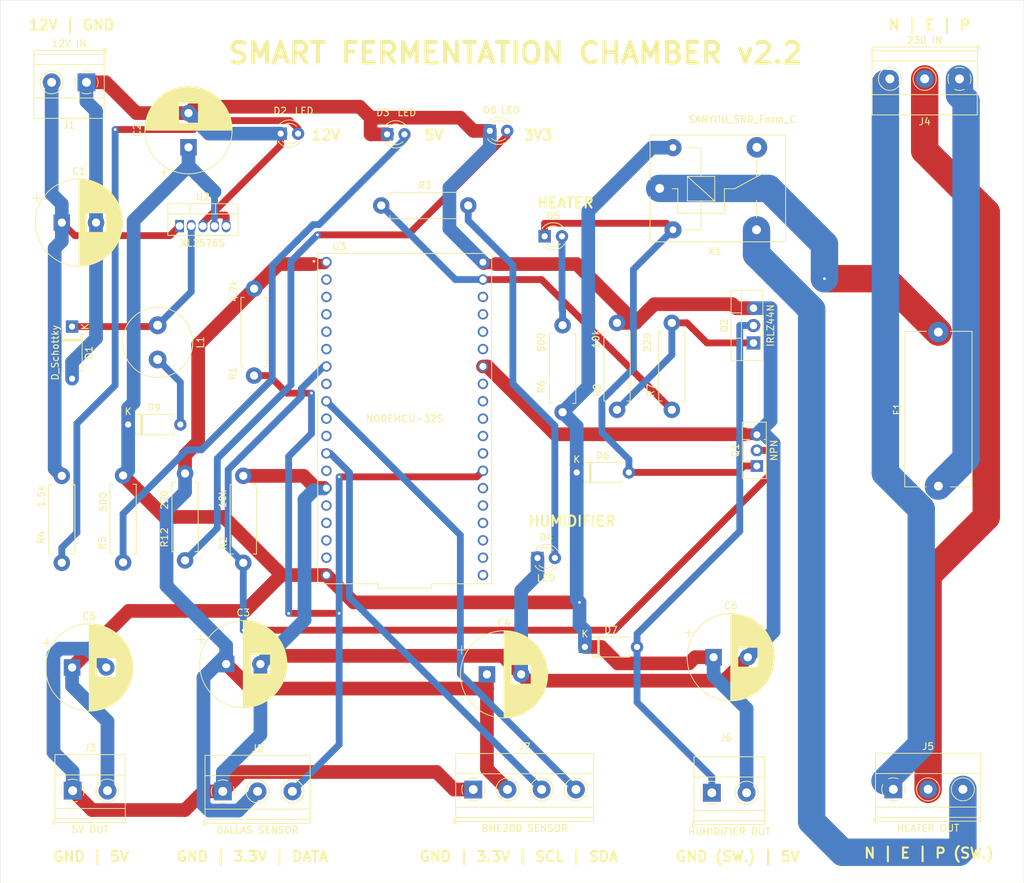
<source format=kicad_pcb>
(kicad_pcb (version 20240108) (generator "pcbnew") (generator_version "8.0")
  (layers (0 "F.Cu" signal) (31 "B.Cu" signal) (34 "B.Paste" user) (35 "F.Paste" user) (36 "B.SilkS" user "B.Silkscreen") (37 "F.SilkS" user "F.Silkscreen") (38 "B.Mask" user) (39 "F.Mask" user) (44 "Edge.Cuts" user))
  (net 0 "")
  (net 1 "Net-(D5-A)")
  (net 2 "Net-(D5-K)")
  (net 3 "Net-(D9-A)")
  (net 4 "PIN_DALLAS")
  (net 5 "BME_SCL")
  (net 6 "BME_SDA")
  (net 7 "PIN_HEATER")
  (net 8 "PIN_HUMIDIFIER")
  (net 11 "GND")
  (net 13 "+12V")
  (net 14 "Net-(D1-K)")
  (net 19 "Net-(D2-A)")
  (net 35 "+5V")
  (net 38 "+3V3")
  (net 39 "Net-(D3-A)")
  (net 41 "Net-(D4-A)")
  (net 43 "230_N")
  (net 44 "230_P")
  (net 45 "Earth_Protective")
  (net 48 "Net-(J5-Pin_3)")
  (net 49 "Net-(Q2-G)")
  (net 50 "Net-(D7-A)")
  (net 52 "Net-(D8-A)")
  (net 53 "Net-(J4-Pin_1)")
  (footprint "TerminalBlock_Phoenix:TerminalBlock_Phoenix_MKDS-1,5-3-5.08_1x03_P5.08mm_Horizontal" (layer "F.Cu") (at 165.08 56.5 180)
    (property "Reference" "J4" (at 5.08 -6.26 0) (layer "F.SilkS"))
    (property "Value" "230 IN" (at 5.08 5.66 0) (layer "F.SilkS"))
    (pad "1" thru_hole rect (at 0 0 180) (size 2.6 2.6) (drill 1.3) (layers "*.Cu" "*.Mask") (net 53 "Net-(J4-Pin_1)"))
    (pad "2" thru_hole circle (at 5.08 0 180) (size 2.6 2.6) (drill 1.3) (layers "*.Cu" "*.Mask") (net 45 "Earth_Protective"))
    (pad "3" thru_hole circle (at 10.16 0 180) (size 2.6 2.6) (drill 1.3) (layers "*.Cu" "*.Mask") (net 43 "230_N"))
  )
  (footprint "Resistor_THT:R_Axial_DIN0411_L9.9mm_D3.6mm_P12.70mm_Horizontal" (layer "F.Cu") (at 42.95 114.45 -90)
    (property "Reference" "R5" (at 9.8554 3.0114 90) (layer "F.SilkS"))
    (property "Value" "500" (at 3.8554 2.92 90) (layer "F.SilkS"))
    (pad "1" thru_hole circle (at 0 0 270) (size 2.4 2.4) (drill 1.2) (layers "*.Cu" "*.Mask") (net 35 "+5V"))
    (pad "2" thru_hole oval (at 12.7 0 270) (size 2.4 2.4) (drill 1.2) (layers "*.Cu" "*.Mask") (net 39 "Net-(D3-A)"))
  )
  (footprint "TerminalBlock_Phoenix:TerminalBlock_Phoenix_MKDS-1,5-3-5.08_1x03_P5.08mm_Horizontal" (layer "F.Cu") (at 57.5114 160.5975)
    (property "Reference" "J2" (at 5.08 -6.26 0) (layer "F.SilkS"))
    (property "Value" "DALLAS SENSOR" (at 5.08 5.66 0) (layer "F.SilkS"))
    (pad "1" thru_hole rect (at 0 0) (size 2.6 2.6) (drill 1.3) (layers "*.Cu" "*.Mask") (net 11 "GND"))
    (pad "2" thru_hole circle (at 5.08 0) (size 2.6 2.6) (drill 1.3) (layers "*.Cu" "*.Mask") (net 38 "+3V3"))
    (pad "3" thru_hole circle (at 10.16 0) (size 2.6 2.6) (drill 1.3) (layers "*.Cu" "*.Mask") (net 4 "PIN_DALLAS"))
  )
  (footprint "TerminalBlock_Phoenix:TerminalBlock_Phoenix_MKDS-1,5-3-5.08_1x03_P5.08mm_Horizontal" (layer "F.Cu") (at 155.42 160.3019)
    (property "Reference" "J5" (at 5.08 -6.26 0) (layer "F.SilkS"))
    (property "Value" "HEATER OUT" (at 5.08 5.66 0) (layer "F.SilkS"))
    (pad "1" thru_hole rect (at 0 0) (size 2.6 2.6) (drill 1.3) (layers "*.Cu" "*.Mask") (net 43 "230_N"))
    (pad "2" thru_hole circle (at 5.08 0) (size 2.6 2.6) (drill 1.3) (layers "*.Cu" "*.Mask") (net 45 "Earth_Protective"))
    (pad "3" thru_hole circle (at 10.16 0) (size 2.6 2.6) (drill 1.3) (layers "*.Cu" "*.Mask") (net 48 "Net-(J5-Pin_3)"))
  )
  (footprint "MountingHole:MountingHole_2.2mm_M2" (layer "F.Cu") (at 48.5 51.5)
    (property "Reference" "REF**" (hide yes))
    (property "Value" "MountingHole_2.2mm_M2")
    (pad "" np_thru_hole circle (at 0 0) (size 2.2 2.2) (drill 2.2) (layers "*.Cu" "*.Mask"))
  )
  (footprint "Resistor_THT:R_Axial_DIN0411_L9.9mm_D3.6mm_P12.70mm_Horizontal" (layer "F.Cu") (at 52 126.85 90)
    (property "Reference" "R12" (at 3.3473 -3.0114 90) (layer "F.SilkS"))
    (property "Value" "220" (at 8.8473 -3.0114 90) (layer "F.SilkS"))
    (pad "1" thru_hole circle (at 0 0 90) (size 2.4 2.4) (drill 1.2) (layers "*.Cu" "*.Mask") (net 52 "Net-(D8-A)"))
    (pad "2" thru_hole oval (at 12.7 0 90) (size 2.4 2.4) (drill 1.2) (layers "*.Cu" "*.Mask") (net 38 "+3V3"))
  )
  (footprint "Diode_THT:D_A-405_P7.62mm_Horizontal" (layer "F.Cu") (at 43.69 107)
    (property "Reference" "D9" (at 3.81 -2.47 0) (layer "F.SilkS"))
    (property "Value" "D")
    (fp_text user "K" (at 0 -1.9 0) (layer "F.SilkS"))
    (pad "1" thru_hole rect (at 0 0) (size 1.8 1.8) (drill 0.9) (layers "*.Cu" "*.Mask") (net 35 "+5V"))
    (pad "2" thru_hole oval (at 7.62 0) (size 1.8 1.8) (drill 0.9) (layers "*.Cu" "*.Mask") (net 3 "Net-(D9-A)"))
  )
  (footprint "Diode_THT:D_A-405_P7.62mm_Horizontal" (layer "F.Cu") (at 110.38 139.5)
    (property "Reference" "D7" (at 3.81 -2.47 0) (layer "F.SilkS"))
    (property "Value" "D")
    (fp_text user "K" (at 0 -1.9 0) (layer "F.SilkS"))
    (pad "1" thru_hole rect (at 0 0) (size 1.8 1.8) (drill 0.9) (layers "*.Cu" "*.Mask") (net 35 "+5V"))
    (pad "2" thru_hole oval (at 7.62 0) (size 1.8 1.8) (drill 0.9) (layers "*.Cu" "*.Mask") (net 50 "Net-(D7-A)"))
  )
  (footprint "NodeMcuFootprint:MODULE_NODEMCU-32S" (layer "F.Cu") (at 84.07 106.14)
    (property "Reference" "U3" (at -9.575 -25.135 0) (layer "F.SilkS"))
    (property "Value" "NODEMCU-32S" (at 0 0 0) (layer "F.SilkS"))
    (pad "J1_1" thru_hole circle (at -11.43 -22.86) (size 1.524 1.524) (drill 1.016) (layers "*.Cu" "*.Mask") (net 38 "+3V3"))
    (pad "J1_2" thru_hole circle (at -11.43 -20.32) (size 1.524 1.524) (drill 1.016) (layers "*.Cu" "*.Mask"))
    (pad "J1_3" thru_hole circle (at -11.43 -17.78) (size 1.524 1.524) (drill 1.016) (layers "*.Cu" "*.Mask"))
    (pad "J1_4" thru_hole circle (at -11.43 -15.24) (size 1.524 1.524) (drill 1.016) (layers "*.Cu" "*.Mask"))
    (pad "J1_5" thru_hole circle (at -11.43 -12.7) (size 1.524 1.524) (drill 1.016) (layers "*.Cu" "*.Mask"))
    (pad "J1_6" thru_hole circle (at -11.43 -10.16) (size 1.524 1.524) (drill 1.016) (layers "*.Cu" "*.Mask"))
    (pad "J1_7" thru_hole circle (at -11.43 -7.62) (size 1.524 1.524) (drill 1.016) (layers "*.Cu" "*.Mask") (net 7 "PIN_HEATER"))
    (pad "J1_8" thru_hole circle (at -11.43 -5.08) (size 1.524 1.524) (drill 1.016) (layers "*.Cu" "*.Mask"))
    (pad "J1_9" thru_hole circle (at -11.43 -2.54) (size 1.524 1.524) (drill 1.016) (layers "*.Cu" "*.Mask") (net 6 "BME_SDA"))
    (pad "J1_10" thru_hole circle (at -11.43 0) (size 1.524 1.524) (drill 1.016) (layers "*.Cu" "*.Mask"))
    (pad "J1_11" thru_hole circle (at -11.43 2.54) (size 1.524 1.524) (drill 1.016) (layers "*.Cu" "*.Mask"))
    (pad "J1_12" thru_hole circle (at -11.43 5.08) (size 1.524 1.524) (drill 1.016) (layers "*.Cu" "*.Mask") (net 5 "BME_SCL"))
    (pad "J1_13" thru_hole circle (at -11.43 7.62) (size 1.524 1.524) (drill 1.016) (layers "*.Cu" "*.Mask"))
    (pad "J1_14" thru_hole circle (at -11.43 10.16) (size 1.524 1.524) (drill 1.016) (layers "*.Cu" "*.Mask") (net 11 "GND"))
    (pad "J1_15" thru_hole circle (at -11.43 12.7) (size 1.524 1.524) (drill 1.016) (layers "*.Cu" "*.Mask"))
    (pad "J1_16" thru_hole circle (at -11.43 15.24) (size 1.524 1.524) (drill 1.016) (layers "*.Cu" "*.Mask"))
    (pad "J1_17" thru_hole circle (at -11.43 17.78) (size 1.524 1.524) (drill 1.016) (layers "*.Cu" "*.Mask"))
    (pad "J1_18" thru_hole circle (at -11.43 20.32) (size 1.524 1.524) (drill 1.016) (layers "*.Cu" "*.Mask"))
    (pad "J1_19" thru_hole circle (at -11.43 22.86) (size 1.524 1.524) (drill 1.016) (layers "*.Cu" "*.Mask") (net 35 "+5V"))
    (pad "J2_1" thru_hole circle (at 11.43 -22.86) (size 1.524 1.524) (drill 1.016) (layers "*.Cu" "*.Mask") (net 11 "GND"))
    (pad "J2_2" thru_hole circle (at 11.43 -20.32) (size 1.524 1.524) (drill 1.016) (layers "*.Cu" "*.Mask") (net 8 "PIN_HUMIDIFIER"))
    (pad "J2_3" thru_hole circle (at 11.43 -17.78) (size 1.524 1.524) (drill 1.016) (layers "*.Cu" "*.Mask"))
    (pad "J2_4" thru_hole circle (at 11.43 -15.24) (size 1.524 1.524) (drill 1.016) (layers "*.Cu" "*.Mask"))
    (pad "J2_5" thru_hole circle (at 11.43 -12.7) (size 1.524 1.524) (drill 1.016) (layers "*.Cu" "*.Mask"))
    (pad "J2_6" thru_hole circle (at 11.43 -10.16) (size 1.524 1.524) (drill 1.016) (layers "*.Cu" "*.Mask"))
    (pad "J2_7" thru_hole circle (at 11.43 -7.62) (size 1.524 1.524) (drill 1.016) (layers "*.Cu" "*.Mask") (net 11 "GND"))
    (pad "J2_8" thru_hole circle (at 11.43 -5.08) (size 1.524 1.524) (drill 1.016) (layers "*.Cu" "*.Mask"))
    (pad "J2_9" thru_hole circle (at 11.43 -2.54) (size 1.524 1.524) (drill 1.016) (layers "*.Cu" "*.Mask"))
    (pad "J2_10" thru_hole circle (at 11.43 0) (size 1.524 1.524) (drill 1.016) (layers "*.Cu" "*.Mask"))
    (pad "J2_11" thru_hole circle (at 11.43 2.54) (size 1.524 1.524) (drill 1.016) (layers "*.Cu" "*.Mask"))
    (pad "J2_12" thru_hole circle (at 11.43 5.08) (size 1.524 1.524) (drill 1.016) (layers "*.Cu" "*.Mask"))
    (pad "J2_13" thru_hole circle (at 11.43 7.62) (size 1.524 1.524) (drill 1.016) (layers "*.Cu" "*.Mask") (net 4 "PIN_DALLAS"))
    (pad "J2_14" thru_hole circle (at 11.43 10.16) (size 1.524 1.524) (drill 1.016) (layers "*.Cu" "*.Mask"))
    (pad "J2_15" thru_hole circle (at 11.43 12.7) (size 1.524 1.524) (drill 1.016) (layers "*.Cu" "*.Mask"))
    (pad "J2_16" thru_hole circle (at 11.43 15.24) (size 1.524 1.524) (drill 1.016) (layers "*.Cu" "*.Mask"))
    (pad "J2_17" thru_hole circle (at 11.43 17.78) (size 1.524 1.524) (drill 1.016) (layers "*.Cu" "*.Mask"))
    (pad "J2_18" thru_hole circle (at 11.43 20.32) (size 1.524 1.524) (drill 1.016) (layers "*.Cu" "*.Mask"))
    (pad "J2_19" thru_hole circle (at 11.43 22.86) (size 1.524 1.524) (drill 1.016) (layers "*.Cu" "*.Mask"))
  )
  (footprint "Capacitor_THT:CP_Radial_D12.5mm_P5.00mm" (layer "F.Cu") (at 129.176 141)
    (property "Reference" "C6" (at 2.5 -7.5 0) (layer "F.SilkS"))
    (property "Value" "1000u")
    (pad "1" thru_hole rect (at 0 0) (size 2.4 2.4) (drill 1.2) (layers "*.Cu" "*.Mask") (net 35 "+5V"))
    (pad "2" thru_hole circle (at 5 0) (size 2.4 2.4) (drill 1.2) (layers "*.Cu" "*.Mask") (net 11 "GND"))
  )
  (footprint "Package_TO_SOT_THT:TO-220-3_Vertical" (layer "F.Cu") (at 135 95.08 90)
    (property "Reference" "Q2" (at 2.54 -4.27 90) (layer "F.SilkS"))
    (property "Value" "IRLZ44N" (at 2.54 2.5 90) (layer "F.SilkS"))
    (pad "1" thru_hole rect (at 0 0 90) (size 1.905 2) (drill 1.1) (layers "*.Cu" "*.Mask") (net 49 "Net-(Q2-G)"))
    (pad "2" thru_hole oval (at 2.54 0 90) (size 1.905 2) (drill 1.1) (layers "*.Cu" "*.Mask") (net 50 "Net-(D7-A)"))
    (pad "3" thru_hole oval (at 5.08 0 90) (size 1.905 2) (drill 1.1) (layers "*.Cu" "*.Mask") (net 11 "GND"))
  )
  (footprint "Fuse:Fuseholder_Cylinder-5x20mm_Schurter_0031_8201_Horizontal_Open" (layer "F.Cu") (at 162 116 90)
    (property "Reference" "F1" (at 11.25 -6 90) (layer "F.SilkS"))
    (property "Value" "Fuse")
    (pad "" np_thru_hole circle (at 11.25 0 90) (size 2.7 2.7) (drill 2.7) (layers "*.Cu" "*.Mask"))
    (pad "1" thru_hole circle (at 0 0 90) (size 3 3) (drill 1.3) (layers "*.Cu" "*.Mask") (net 53 "Net-(J4-Pin_1)"))
    (pad "2" thru_hole circle (at 22.5 0 90) (size 3 3) (drill 1.3) (layers "*.Cu" "*.Mask") (net 44 "230_P"))
  )
  (footprint "Resistor_THT:R_Axial_DIN0411_L9.9mm_D3.6mm_P12.70mm_Horizontal" (layer "F.Cu") (at 62.08 87.15 -90)
    (property "Reference" "R1" (at 12.35 3.08 -90) (layer "F.SilkS"))
    (property "Value" "4.7k" (at 0.35 2.92 -90) (layer "F.SilkS"))
    (pad "1" thru_hole circle (at 0 0 270) (size 2.4 2.4) (drill 1.2) (layers "*.Cu" "*.Mask") (net 38 "+3V3"))
    (pad "2" thru_hole oval (at 12.7 0 270) (size 2.4 2.4) (drill 1.2) (layers "*.Cu" "*.Mask") (net 4 "PIN_DALLAS"))
  )
  (footprint "LED_THT:LED_D3.0mm" (layer "F.Cu") (at 96.4999 64.0983)
    (property "Reference" "D8" (at 0 -3 0) (layer "F.SilkS"))
    (property "Value" "LED" (at 3 -3 0) (layer "F.SilkS"))
    (pad "1" thru_hole rect (at 0 0) (size 1.8 1.8) (drill 0.9) (layers "*.Cu" "*.Mask") (net 11 "GND"))
    (pad "2" thru_hole circle (at 2.54 0) (size 1.8 1.8) (drill 0.9) (layers "*.Cu" "*.Mask") (net 52 "Net-(D8-A)"))
  )
  (footprint "LED_THT:LED_D3.0mm" (layer "F.Cu") (at 81.4999 64.5983)
    (property "Reference" "D3" (at -0.6164 -3.1705 0) (layer "F.SilkS"))
    (property "Value" "LED" (at 2.8836 -3.1705 0) (layer "F.SilkS"))
    (pad "1" thru_hole rect (at 0 0) (size 1.8 1.8) (drill 0.9) (layers "*.Cu" "*.Mask") (net 11 "GND"))
    (pad "2" thru_hole circle (at 2.54 0) (size 1.8 1.8) (drill 0.9) (layers "*.Cu" "*.Mask") (net 39 "Net-(D3-A)"))
  )
  (footprint "LED_THT:LED_D3.0mm" (layer "F.Cu") (at 104.5 79.5)
    (property "Reference" "D5" (at 1.27 -2.96 0) (layer "F.SilkS"))
    (property "Value" "LED")
    (pad "1" thru_hole rect (at 0 0) (size 1.8 1.8) (drill 0.9) (layers "*.Cu" "*.Mask") (net 2 "Net-(D5-K)"))
    (pad "2" thru_hole circle (at 2.54 0) (size 1.8 1.8) (drill 0.9) (layers "*.Cu" "*.Mask") (net 1 "Net-(D5-A)"))
  )
  (footprint "TerminalBlock_Phoenix:TerminalBlock_Phoenix_MKDS-1,5-4_1x04_P5.00mm_Horizontal" (layer "F.Cu") (at 94.08 160.3264)
    (property "Reference" "J7" (at 7.5 -6.26 0) (layer "F.SilkS"))
    (property "Value" "BME280 SENSOR" (at 7.5 5.66 0) (layer "F.SilkS"))
    (pad "1" thru_hole rect (at 0 0) (size 2.6 2.6) (drill 1.3) (layers "*.Cu" "*.Mask") (net 11 "GND"))
    (pad "2" thru_hole circle (at 5 0) (size 2.6 2.6) (drill 1.3) (layers "*.Cu" "*.Mask") (net 38 "+3V3"))
    (pad "3" thru_hole circle (at 10 0) (size 2.6 2.6) (drill 1.3) (layers "*.Cu" "*.Mask") (net 5 "BME_SCL"))
    (pad "4" thru_hole circle (at 15 0) (size 2.6 2.6) (drill 1.3) (layers "*.Cu" "*.Mask") (net 6 "BME_SDA"))
  )
  (footprint "Capacitor_THT:CP_Radial_D12.5mm_P5.00mm" (layer "F.Cu") (at 52.5 66.5 90)
    (property "Reference" "C2" (at 2.5 -7.5 90) (layer "F.SilkS"))
    (property "Value" "1000u")
    (pad "1" thru_hole rect (at 0 0 90) (size 2.4 2.4) (drill 1.2) (layers "*.Cu" "*.Mask") (net 35 "+5V"))
    (pad "2" thru_hole circle (at 5 0 90) (size 2.4 2.4) (drill 1.2) (layers "*.Cu" "*.Mask") (net 11 "GND"))
  )
  (footprint "Inductor_THT:L_Radial_D10.0mm_P5.00mm_Fastron_07P" (layer "F.Cu") (at 48 92.5 -90)
    (property "Reference" "L1" (at 2.5 -6.25 -90) (layer "F.SilkS"))
    (property "Value" "330u")
    (pad "1" thru_hole circle (at 0 0 270) (size 2.6 2.6) (drill 1.3) (layers "*.Cu" "*.Mask") (net 14 "Net-(D1-K)"))
    (pad "2" thru_hole circle (at 5 0 270) (size 2.6 2.6) (drill 1.3) (layers "*.Cu" "*.Mask") (net 3 "Net-(D9-A)"))
  )
  (footprint "MountingHole:MountingHole_2.2mm_M2" (layer "F.Cu") (at 151.5 150)
    (property "Reference" "REF**" (hide yes))
    (property "Value" "MountingHole_2.2mm_M2")
    (pad "" np_thru_hole circle (at 0 0) (size 2.2 2.2) (drill 2.2) (layers "*.Cu" "*.Mask"))
  )
  (footprint "Resistor_THT:R_Axial_DIN0411_L9.9mm_D3.6mm_P12.70mm_Horizontal" (layer "F.Cu") (at 60.5 127.2 90)
    (property "Reference" "R2" (at 2.85 -2.92 90) (layer "F.SilkS"))
    (property "Value" "10k" (at 9.35 -3 90) (layer "F.SilkS"))
    (pad "1" thru_hole circle (at 0 0 90) (size 2.4 2.4) (drill 1.2) (layers "*.Cu" "*.Mask") (net 7 "PIN_HEATER"))
    (pad "2" thru_hole oval (at 12.7 0 90) (size 2.4 2.4) (drill 1.2) (layers "*.Cu" "*.Mask") (net 11 "GND"))
  )
  (footprint "Resistor_THT:R_Axial_DIN0411_L9.9mm_D3.6mm_P12.70mm_Horizontal" (layer "F.Cu") (at 123.08 104.85 90)
    (property "Reference" "R7" (at 2.85 -3.08 90) (layer "F.SilkS"))
    (property "Value" "220" (at 9.85 -3.58 90) (layer "F.SilkS"))
    (pad "1" thru_hole circle (at 0 0 90) (size 2.4 2.4) (drill 1.2) (layers "*.Cu" "*.Mask") (net 8 "PIN_HUMIDIFIER"))
    (pad "2" thru_hole oval (at 12.7 0 90) (size 2.4 2.4) (drill 1.2) (layers "*.Cu" "*.Mask") (net 49 "Net-(Q2-G)"))
  )
  (footprint "Resistor_THT:R_Axial_DIN0411_L9.9mm_D3.6mm_P12.70mm_Horizontal" (layer "F.Cu") (at 34 114.5 -90)
    (property "Reference" "R4" (at 9.0054 3.0114 90) (layer "F.SilkS"))
    (property "Value" "1.5k" (at 3.0054 3.0114 90) (layer "F.SilkS"))
    (pad "1" thru_hole circle (at 0 0 270) (size 2.4 2.4) (drill 1.2) (layers "*.Cu" "*.Mask") (net 13 "+12V"))
    (pad "2" thru_hole oval (at 12.7 0 270) (size 2.4 2.4) (drill 1.2) (layers "*.Cu" "*.Mask") (net 19 "Net-(D2-A)"))
  )
  (footprint "Capacitor_THT:CP_Radial_D12.5mm_P5.00mm" (layer "F.Cu") (at 34 77.5)
    (property "Reference" "C1" (at 2.5 -7.5 0) (layer "F.SilkS"))
    (property "Value" "1000u")
    (pad "1" thru_hole rect (at 0 0) (size 2.4 2.4) (drill 1.2) (layers "*.Cu" "*.Mask") (net 13 "+12V"))
    (pad "2" thru_hole circle (at 5 0) (size 2.4 2.4) (drill 1.2) (layers "*.Cu" "*.Mask") (net 11 "GND"))
  )
  (footprint "Resistor_THT:R_Axial_DIN0411_L9.9mm_D3.6mm_P12.70mm_Horizontal" (layer "F.Cu") (at 80.65 75)
    (property "Reference" "R3" (at 6.35 -2.92 0) (layer "F.SilkS"))
    (property "Value" "220")
    (pad "1" thru_hole circle (at 0 0) (size 2.4 2.4) (drill 1.2) (layers "*.Cu" "*.Mask") (net 8 "PIN_HUMIDIFIER"))
    (pad "2" thru_hole oval (at 12.7 0) (size 2.4 2.4) (drill 1.2) (layers "*.Cu" "*.Mask") (net 41 "Net-(D4-A)"))
  )
  (footprint "Relay_THT:Relay_SPDT_SANYOU_SRD_Series_Form_C" (layer "F.Cu") (at 121.3 72.5)
    (property "Reference" "K1" (at 8.1 9.2 0) (layer "F.SilkS"))
    (property "Value" "SANYOU_SRD_Form_C" (at 12.08 -10.1 0) (layer "F.SilkS"))
    (pad "1" thru_hole circle (at 0 0 90) (size 3 3) (drill 1.3) (layers "*.Cu" "*.Mask") (net 44 "230_P"))
    (pad "2" thru_hole circle (at 1.95 6.05 90) (size 2.5 2.5) (drill 1) (layers "*.Cu" "*.Mask") (net 2 "Net-(D5-K)"))
    (pad "3" thru_hole circle (at 14.15 6.05 90) (size 3 3) (drill 1.3) (layers "*.Cu" "*.Mask") (net 48 "Net-(J5-Pin_3)"))
    (pad "4" thru_hole circle (at 14.2 -6 90) (size 3 3) (drill 1.3) (layers "*.Cu" "*.Mask"))
    (pad "5" thru_hole circle (at 1.95 -5.95 90) (size 2.5 2.5) (drill 1) (layers "*.Cu" "*.Mask") (net 35 "+5V"))
  )
  (footprint "Capacitor_THT:CP_Radial_D12.5mm_P5.00mm" (layer "F.Cu") (at 35.5 142.5)
    (property "Reference" "C5" (at 2.5 -7.5 0) (layer "F.SilkS"))
    (property "Value" "1000u")
    (pad "1" thru_hole rect (at 0 0) (size 2.4 2.4) (drill 1.2) (layers "*.Cu" "*.Mask") (net 35 "+5V"))
    (pad "2" thru_hole circle (at 5 0) (size 2.4 2.4) (drill 1.2) (layers "*.Cu" "*.Mask") (net 11 "GND"))
  )
  (footprint "Diode_THT:D_A-405_P7.62mm_Horizontal" (layer "F.Cu") (at 109.19 114)
    (property "Reference" "D6" (at 3.81 -2.47 0) (layer "F.SilkS"))
    (property "Value" "D")
    (fp_text user "K" (at 0 -1.9 0) (layer "F.SilkS"))
    (pad "1" thru_hole rect (at 0 0) (size 1.8 1.8) (drill 0.9) (layers "*.Cu" "*.Mask") (net 35 "+5V"))
    (pad "2" thru_hole oval (at 7.62 0) (size 1.8 1.8) (drill 0.9) (layers "*.Cu" "*.Mask") (net 2 "Net-(D5-K)"))
  )
  (footprint "TerminalBlock_Phoenix:TerminalBlock_Phoenix_MKDS-1,5-2-5.08_1x02_P5.08mm_Horizontal" (layer "F.Cu") (at 37.5992 57 180)
    (property "Reference" "J1" (at 2.54 -6.26 0) (layer "F.SilkS"))
    (property "Value" "12V IN" (at 2.54 5.66 0) (layer "F.SilkS"))
    (pad "1" thru_hole rect (at 0 0 180) (size 2.6 2.6) (drill 1.3) (layers "*.Cu" "*.Mask") (net 11 "GND"))
    (pad "2" thru_hole circle (at 5.08 0 180) (size 2.6 2.6) (drill 1.3) (layers "*.Cu" "*.Mask") (net 13 "+12V"))
  )
  (footprint "Capacitor_THT:CP_Radial_D12.5mm_P5.00mm" (layer "F.Cu") (at 58 142)
    (property "Reference" "C3" (at 2.5 -7.5 0) (layer "F.SilkS"))
    (property "Value" "1000u")
    (pad "1" thru_hole rect (at 0 0) (size 2.4 2.4) (drill 1.2) (layers "*.Cu" "*.Mask") (net 38 "+3V3"))
    (pad "2" thru_hole circle (at 5 0) (size 2.4 2.4) (drill 1.2) (layers "*.Cu" "*.Mask") (net 11 "GND"))
  )
  (footprint "MountingHole:MountingHole_2.2mm_M2" (layer "F.Cu") (at 147 51.5)
    (property "Reference" "REF**" (hide yes))
    (property "Value" "MountingHole_2.2mm_M2")
    (pad "" np_thru_hole circle (at 0 0) (size 2.2 2.2) (drill 2.2) (layers "*.Cu" "*.Mask"))
  )
  (footprint "Capacitor_THT:CP_Radial_D12.5mm_P5.00mm" (layer "F.Cu") (at 96.08 143.5)
    (property "Reference" "C4" (at 2.5 -7.5 0) (layer "F.SilkS"))
    (property "Value" "1000u")
    (pad "1" thru_hole rect (at 0 0) (size 2.4 2.4) (drill 1.2) (layers "*.Cu" "*.Mask") (net 38 "+3V3"))
    (pad "2" thru_hole circle (at 5 0) (size 2.4 2.4) (drill 1.2) (layers "*.Cu" "*.Mask") (net 11 "GND"))
  )
  (footprint "TerminalBlock_Phoenix:TerminalBlock_Phoenix_MKDS-1,5-2-5.08_1x02_P5.08mm_Horizontal" (layer "F.Cu") (at 128.92 160.805)
    (property "Reference" "J6" (at 2.08 -8 0) (layer "F.SilkS"))
    (property "Value" "HUMIDIFIER OUT" (at 2.54 5.66 0) (layer "F.SilkS"))
    (pad "1" thru_hole rect (at 0 0) (size 2.6 2.6) (drill 1.3) (layers "*.Cu" "*.Mask") (net 50 "Net-(D7-A)"))
    (pad "2" thru_hole circle (at 5.08 0) (size 2.6 2.6) (drill 1.3) (layers "*.Cu" "*.Mask") (net 35 "+5V"))
  )
  (footprint "Resistor_THT:R_Axial_DIN0411_L9.9mm_D3.6mm_P12.70mm_Horizontal" (layer "F.Cu") (at 107.13 105.2 90)
    (property "Reference" "R6" (at 3.7 -3.13 90) (layer "F.SilkS"))
    (property "Value" "500" (at 10.2 -3.13 90) (layer "F.SilkS"))
    (pad "1" thru_hole circle (at 0 0 90) (size 2.4 2.4) (drill 1.2) (layers "*.Cu" "*.Mask") (net 35 "+5V"))
    (pad "2" thru_hole oval (at 12.7 0 90) (size 2.4 2.4) (drill 1.2) (layers "*.Cu" "*.Mask") (net 1 "Net-(D5-A)"))
  )
  (footprint "Resistor_THT:R_Axial_DIN0411_L9.9mm_D3.6mm_P12.70mm_Horizontal" (layer "F.Cu") (at 115.08 104.85 90)
    (property "Reference" "R8" (at 2.85 -2.92 90) (layer "F.SilkS"))
    (property "Value" "10k" (at 10.35 -3.08 90) (layer "F.SilkS"))
    (pad "1" thru_hole circle (at 0 0 90) (size 2.4 2.4) (drill 1.2) (layers "*.Cu" "*.Mask") (net 49 "Net-(Q2-G)"))
    (pad "2" thru_hole oval (at 12.7 0 90) (size 2.4 2.4) (drill 1.2) (layers "*.Cu" "*.Mask") (net 11 "GND"))
  )
  (footprint "MountingHole:MountingHole_2.2mm_M2" (layer "F.Cu") (at 48 150)
    (property "Reference" "REF**" (hide yes))
    (property "Value" "MountingHole_2.2mm_M2")
    (pad "" np_thru_hole circle (at 0 0) (size 2.2 2.2) (drill 2.2) (layers "*.Cu" "*.Mask"))
  )
  (footprint "Package_TO_SOT_THT:TO-126-3_Vertical" (layer "F.Cu") (at 135.5 113.06 90)
    (property "Reference" "Q1" (at 2.28 -3.12 90) (layer "F.SilkS"))
    (property "Value" "NPN" (at 2.28 2.5 90) (layer "F.SilkS"))
    (pad "1" thru_hole rect (at 0 0 90) (size 1.71 1.8) (drill 1) (layers "*.Cu" "*.Mask") (net 2 "Net-(D5-K)"))
    (pad "2" thru_hole oval (at 2.28 0 90) (size 1.71 1.8) (drill 1) (layers "*.Cu" "*.Mask") (net 7 "PIN_HEATER"))
    (pad "3" thru_hole oval (at 4.56 0 90) (size 1.71 1.8) (drill 1) (layers "*.Cu" "*.Mask") (net 11 "GND"))
  )
  (footprint "LED_THT:LED_D3.0mm" (layer "F.Cu") (at 103.46 126.5)
    (property "Reference" "D4" (at 1.27 -2.96 0) (layer "F.SilkS"))
    (property "Value" "LED" (at 1.27 2.96 0) (layer "F.SilkS"))
    (pad "1" thru_hole rect (at 0 0) (size 1.8 1.8) (drill 0.9) (layers "*.Cu" "*.Mask") (net 11 "GND"))
    (pad "2" thru_hole circle (at 2.54 0) (size 1.8 1.8) (drill 0.9) (layers "*.Cu" "*.Mask") (net 41 "Net-(D4-A)"))
  )
  (footprint "LED_THT:LED_D3.0mm" (layer "F.Cu") (at 65.96 64.5)
    (property "Reference" "D2" (at -0.0764 -3.3203 0) (layer "F.SilkS"))
    (property "Value" "LED" (at 3.4236 -3.3203 0) (layer "F.SilkS"))
    (pad "1" thru_hole rect (at 0 0) (size 1.8 1.8) (drill 0.9) (layers "*.Cu" "*.Mask") (net 11 "GND"))
    (pad "2" thru_hole circle (at 2.54 0) (size 1.8 1.8) (drill 0.9) (layers "*.Cu" "*.Mask") (net 19 "Net-(D2-A)"))
  )
  (footprint "TerminalBlock_Phoenix:TerminalBlock_Phoenix_MKDS-1,5-2-5.08_1x02_P5.08mm_Horizontal" (layer "F.Cu") (at 35.5914 160.4973)
    (property "Reference" "J3" (at 2.54 -6.26 0) (layer "F.SilkS"))
    (property "Value" "5V OUT" (at 2.54 5.66 0) (layer "F.SilkS"))
    (pad "1" thru_hole rect (at 0 0) (size 2.6 2.6) (drill 1.3) (layers "*.Cu" "*.Mask") (net 11 "GND"))
    (pad "2" thru_hole circle (at 5.08 0) (size 2.6 2.6) (drill 1.3) (layers "*.Cu" "*.Mask") (net 35 "+5V"))
  )
  (footprint "Diode_THT:D_A-405_P7.62mm_Horizontal" (layer "F.Cu") (at 35.5 92.69 -90)
    (property "Reference" "D1" (at 3.81 -2.47 90) (layer "F.SilkS"))
    (property "Value" "D_Schottky" (at 3.81 2.47 90) (layer "F.SilkS"))
    (fp_text user "K" (at 0 -1.9 90) (layer "F.SilkS"))
    (pad "1" thru_hole rect (at 0 0 270) (size 1.8 1.8) (drill 0.9) (layers "*.Cu" "*.Mask") (net 14 "Net-(D1-K)"))
    (pad "2" thru_hole oval (at 7.62 0 270) (size 1.8 1.8) (drill 0.9) (layers "*.Cu" "*.Mask") (net 11 "GND"))
  )
  (footprint "Package_TO_SOT_THT:TO-220-5_Vertical" (layer "F.Cu") (at 51.2 78)
    (property "Reference" "U2" (at 3.4 -4.27 0) (layer "F.SilkS"))
    (property "Value" "XL2576S" (at 3.4 2.5 0) (layer "F.SilkS"))
    (pad "1" thru_hole rect (at 0 0) (size 1.275 1.8) (drill 1.1) (layers "*.Cu" "*.Mask") (net 13 "+12V"))
    (pad "2" thru_hole oval (at 1.7 0) (size 1.275 1.8) (drill 1.1) (layers "*.Cu" "*.Mask") (net 14 "Net-(D1-K)"))
    (pad "3" thru_hole oval (at 3.4 0) (size 1.275 1.8) (drill 1.1) (layers "*.Cu" "*.Mask") (net 11 "GND"))
    (pad "4" thru_hole oval (at 5.1 0) (size 1.275 1.8) (drill 1.1) (layers "*.Cu" "*.Mask") (net 35 "+5V"))
    (pad "5" thru_hole oval (at 6.8 0) (size 1.275 1.8) (drill 1.1) (layers "*.Cu" "*.Mask") (net 11 "GND"))
  )
  (gr_rect (start 25 45) (end 174.5 174) (stroke (width 0.05)) (fill none) (layer "Edge.Cuts"))
  (gr_text "N | E | P (SW.)" (at 151 170.5 0) (layer "F.SilkS") (effects (font (size 1.5 1.5) (thickness 0.3) (bold yes)) (justify left bottom)))
  (gr_text "HUMIDIFIER\n" (at 102 122 0) (layer "F.SilkS") (effects (font (size 1.5 1.5) (thickness 0.3) (bold yes)) (justify left bottom)))
  (gr_text "N | E | P\n" (at 154.58 49.5 0) (layer "F.SilkS") (effects (font (size 1.5 1.5) (thickness 0.3) (bold yes)) (justify left bottom)))
  (gr_text "12V | GND" (at 29.01915 49.5 0) (layer "F.SilkS") (effects (font (size 1.5 1.5) (thickness 0.3) (bold yes)) (justify left bottom)))
  (gr_text "GND | 5V\n" (at 32.58 171 0) (layer "F.SilkS") (effects (font (size 1.5 1.5) (thickness 0.3) (bold yes)) (justify left bottom)))
  (gr_text "3V3" (at 101.2749 65.5983 0) (layer "F.SilkS") (effects (font (size 1.5 1.5) (thickness 0.3) (bold yes)) (justify left bottom)))
  (gr_text "GND | 3.3V | DATA" (at 50.58 171 0) (layer "F.SilkS") (effects (font (size 1.5 1.5) (thickness 0.3) (bold yes)) (justify left bottom)))
  (gr_text "GND | 3.3V | SCL | SDA" (at 86.08 171 0) (layer "F.SilkS") (effects (font (size 1.5 1.5) (thickness 0.3) (bold yes)) (justify left bottom)))
  (gr_text "12V\n" (at 70.2749 65.5983 0) (layer "F.SilkS") (effects (font (size 1.5 1.5) (thickness 0.3) (bold yes)) (justify left bottom)))
  (gr_text "SMART FERMENTATION CHAMBER v2.2" (at 58 54.5 0) (layer "F.SilkS") (effects (font (size 3 3) (thickness 0.6) (bold yes)) (justify left bottom)))
  (gr_text "5V" (at 86.7749 65.5983 0) (layer "F.SilkS") (effects (font (size 1.5 1.5) (thickness 0.3) (bold yes)) (justify left bottom)))
  (gr_text "HEATER" (at 103.23 75.5 0) (layer "F.SilkS") (effects (font (size 1.5 1.5) (thickness 0.3) (bold yes)) (justify left bottom)))
  (gr_text "GND (SW.) | 5V\n" (at 123.5 171 0) (layer "F.SilkS") (effects (font (size 1.5 1.5) (thickness 0.3) (bold yes)) (justify left bottom)))
  (segment (start 107.04 90.2083) (end 107.04 79.5) (width 1) (layer "B.Cu") (net 1))
  (segment (start 107.13 92.5) (end 107.13 90.2983) (width 1) (layer "B.Cu") (net 1))
  (segment (start 107.13 90.2983) (end 107.04 90.2083) (width 1) (layer "B.Cu") (net 1))
  (segment (start 122.2983 77.5983) (end 104.5 77.5983) (width 1) (layer "F.Cu") (net 2))
  (segment (start 135.5 113.06) (end 133.5983 113.06) (width 1) (layer "F.Cu") (net 2))
  (segment (start 116.81 114) (end 132.6583 114) (width 1) (layer "F.Cu") (net 2))
  (segment (start 123.25 78.55) (end 122.2983 77.5983) (width 1) (layer "F.Cu") (net 2))
  (segment (start 104.5 79.5) (end 104.5 77.5983) (width 1) (layer "F.Cu") (net 2))
  (segment (start 132.6583 114) (end 133.5983 113.06) (width 1) (layer "F.Cu") (net 2))
  (segment (start 117.4714 84.3286) (end 117.4714 98.8084) (width 1) (layer "B.Cu") (net 2))
  (segment (start 123.25 78.55) (end 117.4714 84.3286) (width 1) (layer "B.Cu") (net 2))
  (segment (start 112.8675 108.1558) (end 116.81 112.0983) (width 1) (layer "B.Cu") (net 2))
  (segment (start 112.8675 103.4123) (end 112.8675 108.1558) (width 1) (layer "B.Cu") (net 2))
  (segment (start 117.4714 98.8084) (end 112.8675 103.4123) (width 1) (layer "B.Cu") (net 2))
  (segment (start 116.81 114) (end 116.81 112.0983) (width 1) (layer "B.Cu") (net 2))
  (segment (start 48 97.5) (end 51.31 100.81) (width 1) (layer "B.Cu") (net 3))
  (segment (start 51.31 100.81) (end 51.31 107) (width 1) (layer "B.Cu") (net 3))
  (segment (start 66.8491 102.4174) (end 64.2817 99.85) (width 1) (layer "F.Cu") (net 4))
  (segment (start 70.4624 102.4174) (end 66.8491 102.4174) (width 1) (layer "F.Cu") (net 4))
  (segment (start 94.6109 114.6491) (end 95.5 113.76) (width 1) (layer "F.Cu") (net 4))
  (segment (start 62.08 99.85) (end 64.2817 99.85) (width 1) (layer "F.Cu") (net 4))
  (segment (start 74.5025 114.6491) (end 94.6109 114.6491) (width 1) (layer "F.Cu") (net 4))
  (segment (start 74.5025 134.5889) (end 67.1245 134.5889) (width 1) (layer "F.Cu") (net 4))
  (via (at 74.5025 134.5889) (size 0.8) (drill 0.4) (layers "F.Cu" "B.Cu") (net 4))
  (via (at 74.5025 114.6491) (size 0.8) (drill 0.4) (layers "F.Cu" "B.Cu") (net 4))
  (via (at 67.1245 134.5889) (size 0.8) (drill 0.4) (layers "F.Cu" "B.Cu") (net 4))
  (via (at 70.4624 102.4174) (size 0.8) (drill 0.4) (layers "F.Cu" "B.Cu") (net 4))
  (segment (start 74.5025 134.5889) (end 74.5025 114.6491) (width 1) (layer "B.Cu") (net 4))
  (segment (start 70.4624 108.3171) (end 67.1245 111.655) (width 1) (layer "B.Cu") (net 4))
  (segment (start 70.4624 102.4174) (end 70.4624 108.3171) (width 1) (layer "B.Cu") (net 4))
  (segment (start 74.5025 153.7664) (end 74.5025 134.5889) (width 1) (layer "B.Cu") (net 4))
  (segment (start 67.6714 160.5975) (end 74.5025 153.7664) (width 1) (layer "B.Cu") (net 4))
  (segment (start 67.1245 111.655) (end 67.1245 134.5889) (width 1) (layer "B.Cu") (net 4))
  (segment (start 76.0042 114.027) (end 73.1972 111.22) (width 1) (layer "B.Cu") (net 5))
  (segment (start 73.1972 111.22) (end 72.64 111.22) (width 1) (layer "B.Cu") (net 5))
  (segment (start 104.08 160.3264) (end 76.0042 132.2506) (width 1) (layer "B.Cu") (net 5))
  (segment (start 76.0042 132.2506) (end 76.0042 114.027) (width 1) (layer "B.Cu") (net 5))
  (segment (start 72.64 103.6) (end 92.1972 123.1572) (width 1) (layer "B.Cu") (net 6))
  (segment (start 92.1972 143.4436) (end 109.08 160.3264) (width 1) (layer "B.Cu") (net 6))
  (segment (start 92.1972 123.1572) (end 92.1972 143.4436) (width 1) (layer "B.Cu") (net 6))
  (segment (start 135.5 110.78) (end 137.4017 110.78) (width 1) (layer "F.Cu") (net 7))
  (segment (start 137.4017 114.3442) (end 137.4017 110.78) (width 1) (layer "F.Cu") (net 7))
  (segment (start 60.5 137.0474) (end 114.6985 137.0474) (width 1) (layer "F.Cu") (net 7))
  (segment (start 114.6985 137.0474) (end 137.4017 114.3442) (width 1) (layer "F.Cu") (net 7))
  (via (at 60.5 137.0474) (size 0.8) (drill 0.4) (layers "F.Cu" "B.Cu") (net 7))
  (segment (start 58.2983 113.588) (end 58.2983 124.9983) (width 1) (layer "B.Cu") (net 7))
  (segment (start 58.2983 124.9983) (end 60.5 127.2) (width 1) (layer "B.Cu") (net 7))
  (segment (start 60.5 127.2) (end 60.5 137.0474) (width 1) (layer "B.Cu") (net 7))
  (segment (start 68.9607 102.9256) (end 58.2983 113.588) (width 1) (layer "B.Cu") (net 7))
  (segment (start 68.9607 101.7954) (end 68.9607 102.9256) (width 1) (layer "B.Cu") (net 7))
  (segment (start 72.64 98.52) (end 72.2361 98.52) (width 1) (layer "B.Cu") (net 7))
  (segment (start 72.2361 98.52) (end 68.9607 101.7954) (width 1) (layer "B.Cu") (net 7))
  (segment (start 95.5 85.82) (end 104.05 85.82) (width 1) (layer "F.Cu") (net 8))
  (segment (start 104.05 85.82) (end 123.08 104.85) (width 1) (layer "F.Cu") (net 8))
  (segment (start 91.47 85.82) (end 95.5 85.82) (width 1) (layer "B.Cu") (net 8))
  (segment (start 80.65 75) (end 91.47 85.82) (width 1) (layer "B.Cu") (net 8))
  (segment (start 60.3382 157.7707) (end 57.5114 160.5975) (width 2) (layer "F.Cu") (net 11))
  (segment (start 135 90) (end 132.4983 90) (width 2) (layer "F.Cu") (net 11))
  (segment (start 95.7778 83.5578) (end 95.6389 83.4189) (width 1.5238) (layer "F.Cu") (net 11))
  (segment (start 81.4999 64.5983) (end 79.0982 64.5983) (width 2) (layer "F.Cu") (net 11))
  (segment (start 96.4999 64.0983) (end 94.0982 64.0983) (width 2) (layer "F.Cu") (net 11))
  (segment (start 79.0982 64.5983) (end 79.0982 62.1678) (width 2) (layer "F.Cu") (net 11))
  (segment (start 79.0982 62.1678) (end 77.4987 60.5683) (width 2) (layer "F.Cu") (net 11))
  (segment (start 130.7447 144.4313) (end 134.176 141) (width 2) (layer "F.Cu") (net 11))
  (segment (start 131.9206 89.4223) (end 132.4983 90) (width 2) (layer "F.Cu") (net 11))
  (segment (start 91.2783 160.3264) (end 88.7226 157.7707) (width 2) (layer "F.Cu") (net 11))
  (segment (start 135.4248 108.4248) (end 135.5 108.5) (width 1.7098) (layer "F.Cu") (net 11))
  (segment (start 69.2989 114.5) (end 70.8211 116.0222) (width 2) (layer "F.Cu") (net 11))
  (segment (start 54.6 77.545989) (end 55.745989 76.4) (width 1) (layer "F.Cu") (net 11))
  (segment (start 58 76.5) (end 58 78) (width 1) (layer "F.Cu") (net 11))
  (segment (start 120.5094 89.4223) (end 131.9206 89.4223) (width 2) (layer "F.Cu") (net 11))
  (segment (start 92.1677 62.1678) (end 79.0982 62.1678) (width 2) (layer "F.Cu") (net 11))
  (segment (start 98.3783 140.7983) (end 64.2017 140.7983) (width 2) (layer "F.Cu") (net 11))
  (segment (start 117.7817 92.15) (end 109.1895 83.5578) (width 2) (layer "F.Cu") (net 11))
  (segment (start 88.7226 157.7707) (end 60.3382 157.7707) (width 2) (layer "F.Cu") (net 11))
  (segment (start 95.5 98.52) (end 96.1614 98.52) (width 2) (layer "F.Cu") (net 11))
  (segment (start 60.5 114.5) (end 69.2989 114.5) (width 2) (layer "F.Cu") (net 11))
  (segment (start 97.319 83.5578) (end 95.7778 83.5578) (width 1.5238) (layer "F.Cu") (net 11))
  (segment (start 53.4317 60.5683) (end 52.5 61.5) (width 2) (layer "F.Cu") (net 11))
  (segment (start 51.979 163.3282) (end 54.7097 160.5975) (width 2) (layer "F.Cu") (net 11))
  (segment (start 65.96 66.185989) (end 65.96 64.5) (width 1) (layer "F.Cu") (net 11))
  (segment (start 64.2017 140.7983) (end 63 142) (width 2) (layer "F.Cu") (net 11))
  (segment (start 72.3622 116.0222) (end 72.64 116.3) (width 1.5238) (layer "F.Cu") (net 11))
  (segment (start 96.1614 98.52) (end 106.0662 108.4248) (width 2) (layer "F.Cu") (net 11))
  (segment (start 94.0982 64.0983) (end 92.1677 62.1678) (width 2) (layer "F.Cu") (net 11))
  (segment (start 54.6 78) (end 54.6 77.545989) (width 1) (layer "F.Cu") (net 11))
  (segment (start 115.08 92.15) (end 117.7817 92.15) (width 2) (layer "F.Cu") (net 11))
  (segment (start 94.08 160.3264) (end 91.2783 160.3264) (width 2) (layer "F.Cu") (net 11))
  (segment (start 102.0113 144.4313) (end 130.7447 144.4313) (width 2) (layer "F.Cu") (net 11))
  (segment (start 77.4987 60.5683) (end 53.4317 60.5683) (width 2) (layer "F.Cu") (net 11))
  (segment (start 57.5114 160.5975) (end 54.7097 160.5975) (width 2) (layer "F.Cu") (net 11))
  (segment (start 101.08 143.5) (end 102.0113 144.4313) (width 2) (layer "F.Cu") (net 11))
  (segment (start 52.5 61.5) (end 44.9009 61.5) (width 2) (layer "F.Cu") (net 11))
  (segment (start 117.7817 92.15) (end 120.5094 89.4223) (width 2) (layer "F.Cu") (net 11))
  (segment (start 57.9 76.4) (end 58 76.5) (width 1) (layer "F.Cu") (net 11))
  (segment (start 101.08 143.5) (end 98.3783 140.7983) (width 2) (layer "F.Cu") (net 11))
  (segment (start 70.8211 116.0222) (end 72.3622 116.0222) (width 1.5238) (layer "F.Cu") (net 11))
  (segment (start 95.6389 83.4189) (end 95.5 83.28) (width 2) (layer "F.Cu") (net 11))
  (segment (start 35.5914 160.4973) (end 38.4223 163.3282) (width 2) (layer "F.Cu") (net 11))
  (segment (start 37.5992 57) (end 40.4009 57) (width 2) (layer "F.Cu") (net 11))
  (segment (start 55.745989 76.4) (end 65.96 66.185989) (width 1) (layer "F.Cu") (net 11))
  (segment (start 106.0662 108.4248) (end 133.5975 108.4248) (width 2) (layer "F.Cu") (net 11))
  (segment (start 44.9009 61.5) (end 40.4009 57) (width 2) (layer "F.Cu") (net 11))
  (segment (start 38.4223 163.3282) (end 51.979 163.3282) (width 2) (layer "F.Cu") (net 11))
  (segment (start 133.5975 108.4248) (end 135.4248 108.4248) (width 1.7098) (layer "F.Cu") (net 11))
  (segment (start 109.1895 83.5578) (end 97.319 83.5578) (width 2) (layer "F.Cu") (net 11))
  (segment (start 55.745989 76.4) (end 57.9 76.4) (width 1) (layer "F.Cu") (net 11))
  (segment (start 57.5114 160.5975) (end 57.5114 157.7958) (width 2) (layer "B.Cu") (net 11))
  (segment (start 69.4448 135.5552) (end 69.4448 117.9541) (width 2) (layer "B.Cu") (net 11))
  (segment (start 40.5 142.5) (end 37.7532 139.7532) (width 2) (layer "B.Cu") (net 11))
  (segment (start 135 90) (end 137.5017 90) (width 2) (layer "B.Cu") (net 11))
  (segment (start 35.5914 160.4973) (end 35.5914 157.6956) (width 2) (layer "B.Cu") (net 11))
  (segment (start 33.6594 139.7532) (end 32.7897 140.6229) (width 2) (layer "B.Cu") (net 11))
  (segment (start 137.5017 90) (end 137.5017 106.4214) (width 2) (layer "B.Cu") (net 11))
  (segment (start 96.4999 64.0983) (end 96.4999 66.5) (width 2) (layer "B.Cu") (net 11))
  (segment (start 103.46 128.9017) (end 101.08 131.2817) (width 2) (layer "B.Cu") (net 11))
  (segment (start 101.08 131.2817) (end 101.08 143.5) (width 2) (layer "B.Cu") (net 11))
  (segment (start 90.6052 78.3852) (end 90.6052 72.3947) (width 2) (layer "B.Cu") (net 11))
  (segment (start 39 61.2025) (end 39 77.5) (width 2) (layer "B.Cu") (net 11))
  (segment (start 65.96 64.5) (end 55.5 64.5) (width 2) (layer "B.Cu") (net 11))
  (segment (start 137.9399 137.2361) (end 137.9399 109.737) (width 2) (layer "B.Cu") (net 11))
  (segment (start 63 152.3072) (end 57.5114 157.7958) (width 2) (layer "B.Cu") (net 11))
  (segment (start 103.46 126.5) (end 103.46 128.9017) (width 2) (layer "B.Cu") (net 11))
  (segment (start 136.063 107.8601) (end 135.5 108.4231) (width 2) (layer "B.Cu") (net 11))
  (segment (start 70.8211 116.5778) (end 72.3622 116.5778) (width 1.5238) (layer "B.Cu") (net 11))
  (segment (start 137.5017 106.4214) (end 136.063 107.8601) (width 2) (layer "B.Cu") (net 11))
  (segment (start 63 142) (end 69.4448 135.5552) (width 2) (layer "B.Cu") (net 11))
  (segment (start 37.7532 139.7532) (end 33.6594 139.7532) (width 2) (layer "B.Cu") (net 11))
  (segment (start 63 142) (end 63 152.3072) (width 2) (layer "B.Cu") (net 11))
  (segment (start 72.3622 116.5778) (end 72.64 116.3) (width 1.5238) (layer "B.Cu") (net 11))
  (segment (start 95.5 83.28) (end 90.6052 78.3852) (width 2) (layer "B.Cu") (net 11))
  (segment (start 37.5992 59.8017) (end 39 61.2025) (width 2) (layer "B.Cu") (net 11))
  (segment (start 90.6052 72.3947) (end 96.4999 66.5) (width 2) (layer "B.Cu") (net 11))
  (segment (start 134.176 141) (end 137.9399 137.2361) (width 2) (layer "B.Cu") (net 11))
  (segment (start 137.9399 109.737) (end 136.063 107.8601) (width 2) (layer "B.Cu") (net 11))
  (segment (start 135.5 108.4231) (end 135.5 108.5) (width 1.7098) (layer "B.Cu") (net 11))
  (segment (start 32.7897 140.6229) (end 32.7897 154.8939) (width 2) (layer "B.Cu") (net 11))
  (segment (start 39 94.4083) (end 39 77.5) (width 2) (layer "B.Cu") (net 11))
  (segment (start 32.7897 154.8939) (end 35.5914 157.6956) (width 2) (layer "B.Cu") (net 11))
  (segment (start 69.4448 117.9541) (end 70.8211 116.5778) (width 2) (layer "B.Cu") (net 11))
  (segment (start 35.5 97.9083) (end 39 94.4083) (width 2) (layer "B.Cu") (net 11))
  (segment (start 35.5 100.31) (end 35.5 97.9083) (width 2) (layer "B.Cu") (net 11))
  (segment (start 55.5 64.5) (end 52.5 61.5) (width 2) (layer "B.Cu") (net 11))
  (segment (start 37.5992 57) (end 37.5992 59.8017) (width 2) (layer "B.Cu") (net 11))
  (segment (start 49.8 79.4) (end 35.9 79.4) (width 1) (layer "F.Cu") (net 13))
  (segment (start 51.2 78) (end 49.8 79.4) (width 1) (layer "F.Cu") (net 13))
  (segment (start 35.9 79.4) (end 34 77.5) (width 1) (layer "F.Cu") (net 13))
  (segment (start 32.9582 113.4582) (end 32.9582 81.2435) (width 2) (layer "B.Cu") (net 13))
  (segment (start 34 114.5) (end 32.9582 113.4582) (width 2) (layer "B.Cu") (net 13))
  (segment (start 32.5192 57) (end 32.5192 73.3175) (width 2) (layer "B.Cu") (net 13))
  (segment (start 32.9582 81.2435) (end 34 80.2017) (width 2) (layer "B.Cu") (net 13))
  (segment (start 34 77.5) (end 34 80.2017) (width 2) (layer "B.Cu") (net 13))
  (segment (start 34 77.5) (end 34 74.7983) (width 2) (layer "B.Cu") (net 13))
  (segment (start 32.5192 73.3175) (end 34 74.7983) (width 2) (layer "B.Cu") (net 13))
  (segment (start 35.5 92.69) (end 47.81 92.69) (width 1) (layer "F.Cu") (net 14))
  (segment (start 47.81 92.69) (end 48 92.5) (width 1) (layer "F.Cu") (net 14))
  (segment (start 52.9 87.6) (end 48 92.5) (width 1) (layer "B.Cu") (net 14))
  (segment (start 52.9 78) (end 52.9 87.6) (width 1) (layer "B.Cu") (net 14))
  (segment (start 68.5 63.7874) (end 67.3109 62.5983) (width 1) (layer "F.Cu") (net 19))
  (segment (start 53.2137 63.9) (end 41.7898 63.9) (width 1) (layer "F.Cu") (net 19))
  (segment (start 68.5 64.5) (end 68.5 63.7874) (width 1) (layer "F.Cu") (net 19))
  (segment (start 67.3109 62.5983) (end 54.5154 62.5983) (width 1) (layer "F.Cu") (net 19))
  (segment (start 54.5154 62.5983) (end 53.2137 63.9) (width 1) (layer "F.Cu") (net 19))
  (via (at 41.7898 63.9) (size 0.8) (drill 0.4) (layers "F.Cu" "B.Cu") (net 19))
  (segment (start 36.2017 106.8583) (end 36.2017 122.7966) (width 1) (layer "B.Cu") (net 19))
  (segment (start 41.7898 101.2702) (end 36.2017 106.8583) (width 1) (layer "B.Cu") (net 19))
  (segment (start 36.2017 122.7966) (end 34 124.9983) (width 1) (layer "B.Cu") (net 19))
  (segment (start 34 127.2) (end 34 124.9983) (width 1) (layer "B.Cu") (net 19))
  (segment (start 41.7898 63.9) (end 41.7898 101.2702) (width 1) (layer "B.Cu") (net 19))
  (segment (start 129.176 141) (end 126.4743 141) (width 2) (layer "F.Cu") (net 35))
  (segment (start 126.4743 141) (end 125.5726 141.9017) (width 2) (layer "F.Cu") (net 35))
  (segment (start 43.7684 134.2316) (end 60.7894 134.2316) (width 2) (layer "F.Cu") (net 35))
  (segment (start 111.5809 139.5) (end 110.38 139.5) (width 2) (layer "F.Cu") (net 35))
  (segment (start 111.5809 139.5) (end 112.7817 139.5) (width 2) (layer "F.Cu") (net 35))
  (segment (start 66.021 129) (end 66.021 128.8862) (width 2) (layer "F.Cu") (net 35))
  (segment (start 66.021 128.8862) (end 57.6349 120.5001) (width 2) (layer "F.Cu") (net 35))
  (segment (start 125.5726 141.9017) (end 115.1834 141.9017) (width 2) (layer "F.Cu") (net 35))
  (segment (start 76.6304 132.9904) (end 72.64 129) (width 2) (layer "F.Cu") (net 35))
  (segment (start 66.021 129) (end 72.64 129) (width 2) (layer "F.Cu") (net 35))
  (segment (start 115.1834 141.9017) (end 112.7817 139.5) (width 2) (layer "F.Cu") (net 35))
  (segment (start 57.6349 120.5001) (end 49.0001 120.5001) (width 2) (layer "F.Cu") (net 35))
  (segment (start 109.5993 132.9904) (end 76.6304 132.9904) (width 2) (layer "F.Cu") (net 35))
  (segment (start 60.7894 134.2316) (end 66.021 129) (width 2) (layer "F.Cu") (net 35))
  (segment (start 49.0001 120.5001) (end 42.95 114.45) (width 2) (layer "F.Cu") (net 35))
  (segment (start 35.5 142.5) (end 43.7684 134.2316) (width 2) (layer "F.Cu") (net 35))
  (via (at 109.5993 132.9904) (size 0.8) (drill 0.4) (layers "F.Cu" "B.Cu") (net 35))
  (segment (start 40.6714 160.4973) (end 40.6714 150.3731) (width 2) (layer "B.Cu") (net 35))
  (segment (start 109.19 132.5811) (end 109.5993 132.9904) (width 2) (layer "B.Cu") (net 35))
  (segment (start 110.38 139.5) (end 110.38 137.0983) (width 2) (layer "B.Cu") (net 35))
  (segment (start 109.5993 136.3176) (end 110.38 137.0983) (width 2) (layer "B.Cu") (net 35))
  (segment (start 35.5 142.5) (end 35.5 145.2017) (width 2) (layer "B.Cu") (net 35))
  (segment (start 134 148.5257) (end 129.176 143.7017) (width 2) (layer "B.Cu") (net 35))
  (segment (start 107.13 105.2) (end 109.19 107.26) (width 2) (layer "B.Cu") (net 35))
  (segment (start 109.5993 132.9904) (end 109.5993 136.3176) (width 2) (layer "B.Cu") (net 35))
  (segment (start 43.69 104.5983) (end 44.4949 103.7934) (width 2) (layer "B.Cu") (net 35))
  (segment (start 109.19 112.7991) (end 109.19 114) (width 2) (layer "B.Cu") (net 35))
  (segment (start 134 160.805) (end 134 148.5257) (width 2) (layer "B.Cu") (net 35))
  (segment (start 110.8781 101.4519) (end 107.13 105.2) (width 2) (layer "B.Cu") (net 35))
  (segment (start 42.95 114.45) (end 43.69 113.71) (width 2) (layer "B.Cu") (net 35))
  (segment (start 56.3 73.0017) (end 56.3 76.838883) (width 1) (layer "B.Cu") (net 35))
  (segment (start 109.19 107.26) (end 109.19 111.5983) (width 2) (layer "B.Cu") (net 35))
  (segment (start 43.69 113.71) (end 43.69 107) (width 2) (layer "B.Cu") (net 35))
  (segment (start 120.1766 66.55) (end 110.8781 75.8485) (width 2) (layer "B.Cu") (net 35))
  (segment (start 129.176 141) (end 129.176 143.7017) (width 2) (layer "B.Cu") (net 35))
  (segment (start 109.19 112.7991) (end 109.19 111.5983) (width 2) (layer "B.Cu") (net 35))
  (segment (start 52.5 69.2017) (end 56.3 73.0017) (width 2) (layer "B.Cu") (net 35))
  (segment (start 43.69 107) (end 43.69 104.5983) (width 2) (layer "B.Cu") (net 35))
  (segment (start 123.25 66.55) (end 120.1766 66.55) (width 2) (layer "B.Cu") (net 35))
  (segment (start 44.4949 77.2068) (end 52.5 69.2017) (width 2) (layer "B.Cu") (net 35))
  (segment (start 109.19 114) (end 109.19 132.5811) (width 2) (layer "B.Cu") (net 35))
  (segment (start 110.8781 75.8485) (end 110.8781 101.4519) (width 2) (layer "B.Cu") (net 35))
  (segment (start 44.4949 103.7934) (end 44.4949 77.2068) (width 2) (layer "B.Cu") (net 35))
  (segment (start 40.6714 150.3731) (end 35.5 145.2017) (width 2) (layer "B.Cu") (net 35))
  (segment (start 52.5 66.5) (end 52.5 69.2017) (width 2) (layer "B.Cu") (net 35))
  (segment (start 72.3622 83.5578) (end 72.64 83.28) (width 1.5238) (layer "F.Cu") (net 38))
  (segment (start 70.8211 83.5578) (end 72.3622 83.5578) (width 1.5238) (layer "F.Cu") (net 38))
  (segment (start 96.08 143.5) (end 96.08 145.5796) (width 2) (layer "F.Cu") (net 38))
  (segment (start 96.08 157.3264) (end 99.08 160.3264) (width 2) (layer "F.Cu") (net 38))
  (segment (start 96.08 145.5796) (end 96.08 157.3264) (width 2) (layer "F.Cu") (net 38))
  (segment (start 52 111.4483) (end 53.9104 109.5379) (width 2) (layer "F.Cu") (net 38))
  (segment (start 61.5796 145.5796) (end 58 142) (width 2) (layer "F.Cu") (net 38))
  (segment (start 65.6722 83.5578) (end 70.8211 83.5578) (width 2) (layer "F.Cu") (net 38))
  (segment (start 53.9104 95.3196) (end 62.08 87.15) (width 2) (layer "F.Cu") (net 38))
  (segment (start 52 114.15) (end 52 111.4483) (width 2) (layer "F.Cu") (net 38))
  (segment (start 62.08 87.15) (end 65.6722 83.5578) (width 2) (layer "F.Cu") (net 38))
  (segment (start 53.9104 109.5379) (end 53.9104 95.3196) (width 2) (layer "F.Cu") (net 38))
  (segment (start 96.08 145.5796) (end 61.5796 145.5796) (width 2) (layer "F.Cu") (net 38))
  (segment (start 52 114.15) (end 52 116.8517) (width 2) (layer "B.Cu") (net 38))
  (segment (start 59.7897 163.3992) (end 62.5914 160.5975) (width 2) (layer "B.Cu") (net 38))
  (segment (start 58 140.6491) (end 58 139.2983) (width 2) (layer "B.Cu") (net 38))
  (segment (start 49.2972 119.5545) (end 49.2972 130.5955) (width 2) (layer "B.Cu") (net 38))
  (segment (start 52 116.8517) (end 49.2972 119.5545) (width 2) (layer "B.Cu") (net 38))
  (segment (start 49.2972 130.5955) (end 58 139.2983) (width 2) (layer "B.Cu") (net 38))
  (segment (start 54.6888 143.9603) (end 54.6888 162.5608) (width 2) (layer "B.Cu") (net 38))
  (segment (start 58 142) (end 58 140.6491) (width 2) (layer "B.Cu") (net 38))
  (segment (start 55.5272 163.3992) (end 59.7897 163.3992) (width 2) (layer "B.Cu") (net 38))
  (segment (start 54.6888 162.5608) (end 55.5272 163.3992) (width 2) (layer "B.Cu") (net 38))
  (segment (start 58 140.6491) (end 54.6888 143.9603) (width 2) (layer "B.Cu") (net 38))
  (segment (start 64.7271 83.7692) (end 64.7271 100.3726) (width 1) (layer "B.Cu") (net 39))
  (segment (start 84.0399 65.31) (end 71.561 77.7889) (width 1) (layer "B.Cu") (net 39))
  (segment (start 70.7074 77.7889) (end 64.7271 83.7692) (width 1) (layer "B.Cu") (net 39))
  (segment (start 54.3919 110.7078) (end 52.2737 110.7078) (width 1) (layer "B.Cu") (net 39))
  (segment (start 84.0399 64.5983) (end 84.0399 65.31) (width 1) (layer "B.Cu") (net 39))
  (segment (start 64.7271 100.3726) (end 54.3919 110.7078) (width 1) (layer "B.Cu") (net 39))
  (segment (start 42.95 120.0315) (end 42.95 127.15) (width 1) (layer "B.Cu") (net 39))
  (segment (start 52.2737 110.7078) (end 42.95 120.0315) (width 1) (layer "B.Cu") (net 39))
  (segment (start 71.561 77.7889) (end 70.7074 77.7889) (width 1) (layer "B.Cu") (net 39))
  (segment (start 106 126.5) (end 106 107.1836) (width 1) (layer "B.Cu") (net 41))
  (segment (start 106 107.1836) (end 99.8678 101.0514) (width 1) (layer "B.Cu") (net 41))
  (segment (start 99.8678 101.0514) (end 99.8678 83.7195) (width 1) (layer "B.Cu") (net 41))
  (segment (start 93.35 75) (end 93.35 77.2017) (width 1) (layer "B.Cu") (net 41))
  (segment (start 99.8678 83.7195) (end 93.35 77.2017) (width 1) (layer "B.Cu") (net 41))
  (segment (start 154.2605 114.09696) (end 159.5 119.33646) (width 4) (layer "B.Cu") (net 43))
  (segment (start 159.5 153.8039) (end 154.211 159.0929) (width 4) (layer "B.Cu") (net 43))
  (segment (start 154.2605 57.1595) (end 154.2605 114.09696) (width 4) (layer "B.Cu") (net 43))
  (segment (start 159.5 119.33646) (end 159.5 153.8039) (width 4) (layer "B.Cu") (net 43))
  (segment (start 154.2605 57.1595) (end 154.92 56.5) (width 2.5998) (layer "B.Cu") (net 43))
  (segment (start 154.211 159.0929) (end 155.42 160.3019) (width 2.5998) (layer "B.Cu") (net 43))
  (segment (start 154.197 85.697) (end 162 93.5) (width 4) (layer "F.Cu") (net 44))
  (segment (start 145.3657 85.697) (end 154.197 85.697) (width 4) (layer "F.Cu") (net 44))
  (via (at 145.3657 85.697) (size 0.8) (drill 0.4) (layers "F.Cu" "B.Cu") (net 44))
  (segment (start 121.3 72.5) (end 137.182 72.5) (width 4) (layer "B.Cu") (net 44))
  (segment (start 145.3657 80.6837) (end 145.3657 85.697) (width 4) (layer "B.Cu") (net 44))
  (segment (start 137.182 72.5) (end 145.3657 80.6837) (width 4) (layer "B.Cu") (net 44))
  (segment (start 169 76) (end 160 67) (width 4) (layer "F.Cu") (net 45))
  (segment (start 160 67) (end 160 56.5) (width 4) (layer "F.Cu") (net 45))
  (segment (start 169 120.5) (end 169 76) (width 4) (layer "F.Cu") (net 45))
  (segment (start 160.5 129) (end 169 120.5) (width 4) (layer "F.Cu") (net 45))
  (segment (start 160.5 160.3019) (end 160.5 129) (width 4) (layer "F.Cu") (net 45))
  (segment (start 135.45 78.55) (end 135.45 82.1475) (width 4) (layer "B.Cu") (net 48))
  (segment (start 165 169.5) (end 165.58 168.92) (width 4) (layer "B.Cu") (net 48))
  (segment (start 148 169.5) (end 165 169.5) (width 4) (layer "B.Cu") (net 48))
  (segment (start 135.45 82.1475) (end 143.5 90.1975) (width 4) (layer "B.Cu") (net 48))
  (segment (start 143.5 90.1975) (end 143.5 165) (width 4) (layer "B.Cu") (net 48))
  (segment (start 143.5 165) (end 148 169.5) (width 4) (layer "B.Cu") (net 48))
  (segment (start 165.58 168.92) (end 165.58 160.3019) (width 4) (layer "B.Cu") (net 48))
  (segment (start 123.08 92.15) (end 125.2817 92.15) (width 1) (layer "F.Cu") (net 49))
  (segment (start 128.2117 95.08) (end 125.2817 92.15) (width 1) (layer "F.Cu") (net 49))
  (segment (start 135 95.08) (end 128.2117 95.08) (width 1) (layer "F.Cu") (net 49))
  (segment (start 115.08 104.85) (end 123.08 96.85) (width 1) (layer "B.Cu") (net 49))
  (segment (start 123.08 96.85) (end 123.08 92.15) (width 1) (layer "B.Cu") (net 49))
  (segment (start 135 92.54) (end 132.9983 92.54) (width 1) (layer "B.Cu") (net 50))
  (segment (start 132.9983 122.6) (end 118 137.5983) (width 1) (layer "B.Cu") (net 50))
  (segment (start 118 147.5833) (end 118 139.5) (width 1) (layer "B.Cu") (net 50))
  (segment (start 128.92 160.805) (end 128.92 158.5033) (width 1) (layer "B.Cu") (net 50))
  (segment (start 132.9983 92.54) (end 132.9983 122.6) (width 1) (layer "B.Cu") (net 50))
  (segment (start 128.92 158.5033) (end 118 147.5833) (width 1) (layer "B.Cu") (net 50))
  (segment (start 118 139.5) (end 118 137.5983) (width 1) (layer "B.Cu") (net 50))
  (segment (start 99.0399 64.0983) (end 99.0399 64.7874) (width 1) (layer "F.Cu") (net 52))
  (segment (start 99.0399 64.7874) (end 84.5367 79.2906) (width 1) (layer "F.Cu") (net 52))
  (segment (start 84.5367 79.2906) (end 71.3294 79.2906) (width 1) (layer "F.Cu") (net 52))
  (via (at 71.3294 79.2906) (size 0.8) (drill 0.4) (layers "F.Cu" "B.Cu") (net 52))
  (segment (start 67.459 101.2164) (end 56.7086 111.9668) (width 1) (layer "B.Cu") (net 52))
  (segment (start 67.459 83.161) (end 67.459 101.2164) (width 1) (layer "B.Cu") (net 52))
  (segment (start 71.3294 79.2906) (end 67.459 83.161) (width 1) (layer "B.Cu") (net 52))
  (segment (start 56.7086 111.9668) (end 56.7086 122.1414) (width 1) (layer "B.Cu") (net 52))
  (segment (start 56.7086 122.1414) (end 52 126.85) (width 1) (layer "B.Cu") (net 52))
  (segment (start 166.0425 111.9575) (end 162 116) (width 4) (layer "B.Cu") (net 53))
  (segment (start 166.0425 59.7642) (end 166.0425 111.9575) (width 4) (layer "B.Cu") (net 53))
  (segment (start 165.08 56.5) (end 165.08 58.8017) (width 4) (layer "B.Cu") (net 53))
  (segment (start 165.08 58.8017) (end 166.0425 59.7642) (width 4) (layer "B.Cu") (net 53))
)
</source>
